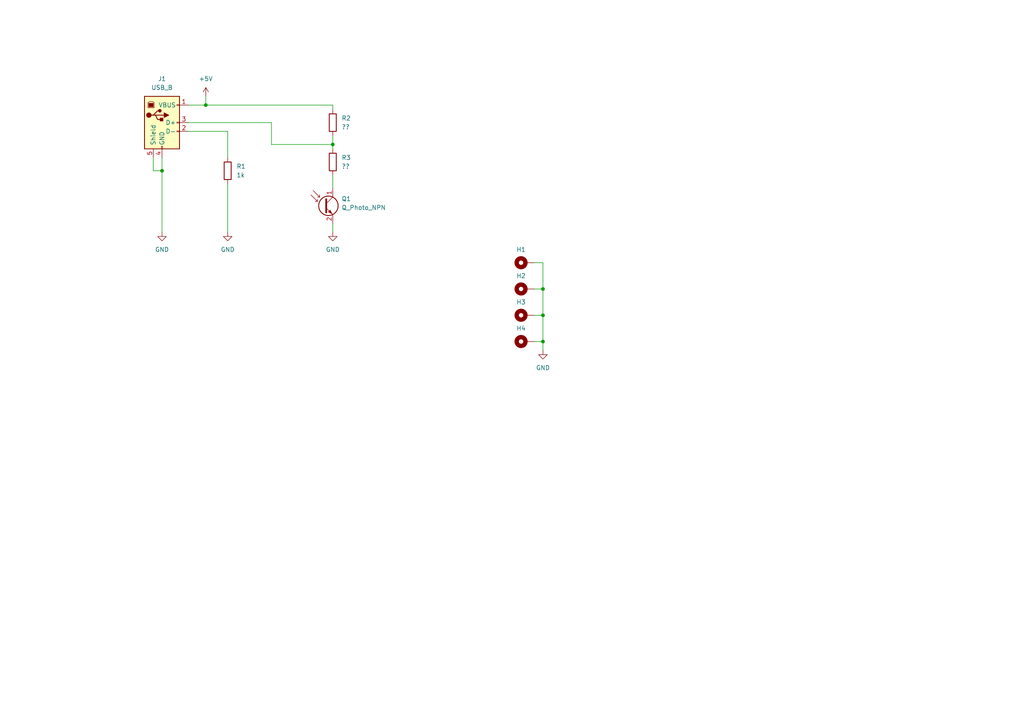
<source format=kicad_sch>
(kicad_sch (version 20230121) (generator eeschema)
  (paper "A4")
  (lib_symbols
    (symbol "Connector:USB_B" (pin_names (offset 1.016))
      (property "Reference" "J" (at -5.08 11.43 0))
      (property "Value" "USB_B" (at -5.08 8.89 0))
      (symbol "USB_B_0_1"
        (rectangle (start -5.08 -7.62) (end 5.08 7.62) (stroke (width 0.254)) (fill (type background)))
        (circle (center -3.81 2.159) (radius 0.635) (stroke (width 0.254)) (fill (type outline)))
        (rectangle (start -3.81 5.588) (end -2.54 4.572) (fill (type outline)))
        (circle (center -0.635 3.429) (radius 0.381) (stroke (width 0.254)) (fill (type outline)))
        (rectangle (start -0.127 -7.62) (end 0.127 -6.858))
        (polyline (pts (xy -1.905 2.159) (xy 0.635 2.159)) (stroke (width 0.254)))
        (polyline (pts (xy -3.175 2.159) (xy -2.54 2.159) (xy -1.27 3.429) (xy -0.635 3.429)) (stroke (width 0.254)))
        (polyline (pts (xy -2.54 2.159) (xy -1.905 2.159) (xy -1.27 0.889) (xy 0 0.889)) (stroke (width 0.254)))
        (polyline (pts (xy 0.635 2.794) (xy 0.635 1.524) (xy 1.905 2.159) (xy 0.635 2.794)) (stroke (width 0.254)) (fill (type outline)))
        (polyline (pts (xy -4.064 4.318) (xy -2.286 4.318) (xy -2.286 5.715) (xy -2.667 6.096) (xy -3.683 6.096) (xy -4.064 5.715) (xy -4.064 4.318)))
        (rectangle (start 0.254 1.27) (end -0.508 0.508) (stroke (width 0.254)) (fill (type outline)))
        (rectangle (start 5.08 -2.667) (end 4.318 -2.413))
        (rectangle (start 5.08 -0.127) (end 4.318 0.127))
        (rectangle (start 5.08 4.953) (end 4.318 5.207))
      )
      (symbol "USB_B_1_1"
        (pin power_out line (at 7.62 5.08 180) (length 2.54) (name "VBUS") (number "1"))
        (pin bidirectional line (at 7.62 -2.54 180) (length 2.54) (name "D-") (number "2"))
        (pin bidirectional line (at 7.62 0 180) (length 2.54) (name "D+") (number "3"))
        (pin power_out line (at 0 -10.16 90) (length 2.54) (name "GND") (number "4"))
        (pin passive line (at -2.54 -10.16 90) (length 2.54) (name "Shield") (number "5"))
      )
    )
    (symbol "Device:Q_Photo_NPN" (pin_names (offset 0) hide)
      (property "Reference" "Q" (at 5.08 1.27 0))
      (property "Value" "Q_Photo_NPN" (at 5.08 -1.27 0))
      (symbol "Q_Photo_NPN_0_1"
        (polyline (pts (xy -1.905 1.27) (xy -2.54 1.27)))
        (polyline (pts (xy -1.27 2.54) (xy -1.905 2.54)))
        (polyline (pts (xy 0.635 0.635) (xy 2.54 2.54)))
        (polyline (pts (xy -3.81 3.175) (xy -1.905 1.27) (xy -1.905 1.905)))
        (polyline (pts (xy -3.175 4.445) (xy -1.27 2.54) (xy -1.27 3.175)))
        (polyline (pts (xy 0.635 -0.635) (xy 2.54 -2.54) (xy 2.54 -2.54)))
        (polyline (pts (xy 0.635 1.905) (xy 0.635 -1.905) (xy 0.635 -1.905)) (stroke (width 0.508)))
        (polyline (pts (xy 1.27 -1.778) (xy 1.778 -1.27) (xy 2.286 -2.286) (xy 1.27 -1.778) (xy 1.27 -1.778)) (fill (type outline)))
        (circle (center 1.27 0) (radius 2.8194) (stroke (width 0.254)))
      )
      (symbol "Q_Photo_NPN_1_1"
        (pin passive line (at 2.54 5.08 270) (length 2.54) (name "C") (number "1"))
        (pin passive line (at 2.54 -5.08 90) (length 2.54) (name "E") (number "2"))
      )
    )
    (symbol "Device:R" (pin_numbers hide) (pin_names (offset 0))
      (property "Reference" "R" (at 2.032 0 90))
      (property "Value" "R" (at 0 0 90))
      (symbol "R_0_1"
        (rectangle (start -1.016 -2.54) (end 1.016 2.54) (stroke (width 0.254)))
      )
      (symbol "R_1_1"
        (pin passive line (at 0 3.81 270) (length 1.27) (name "~") (number "1"))
        (pin passive line (at 0 -3.81 90) (length 1.27) (name "~") (number "2"))
      )
    )
    (symbol "Mechanical:MountingHole_Pad" (pin_numbers hide) (pin_names (offset 1.016) hide)
      (property "Reference" "H" (at 0 6.35 0))
      (property "Value" "MountingHole_Pad" (at 0 4.445 0))
      (symbol "MountingHole_Pad_0_1"
        (circle (center 0 1.27) (radius 1.27) (stroke (width 1.27)))
      )
      (symbol "MountingHole_Pad_1_1"
        (pin input line (at 0 -2.54 90) (length 2.54) (name "1") (number "1"))
      )
    )
    (symbol "power:+5V" (power) (pin_names (offset 0))
      (property "Value" "+5V" (at 0 3.556 0))
      (symbol "+5V_0_1"
        (polyline (pts (xy -0.762 1.27) (xy 0 2.54)))
        (polyline (pts (xy 0 0) (xy 0 2.54)))
        (polyline (pts (xy 0 2.54) (xy 0.762 1.27)))
      )
      (symbol "+5V_1_1"
        (pin power_in line (at 0 0 90) (length 0) hide (name "+5V") (number "1"))
      )
    )
    (symbol "power:GND" (power) (pin_names (offset 0))
      (property "Value" "GND" (at 0 -3.81 0))
      (symbol "GND_0_1"
        (polyline (pts (xy 0 0) (xy 0 -1.27) (xy 1.27 -1.27) (xy 0 -2.54) (xy -1.27 -1.27) (xy 0 -1.27)))
      )
      (symbol "GND_1_1"
        (pin power_in line (at 0 0 270) (length 0) hide (name "GND") (number "1"))
      )
    )
  )
  (junction (at 157.48 91.44))
  (junction (at 59.69 30.48))
  (junction (at 157.48 99.06))
  (junction (at 46.99 49.53))
  (junction (at 96.52 41.91))
  (junction (at 157.48 83.82))
  (wire (pts (xy 96.52 30.48) (xy 96.52 31.75)))
  (wire (pts (xy 157.48 76.2) (xy 157.48 83.82)))
  (wire (pts (xy 78.74 41.91) (xy 96.52 41.91)))
  (wire (pts (xy 46.99 49.53) (xy 46.99 67.31)))
  (wire (pts (xy 154.94 99.06) (xy 157.48 99.06)))
  (wire (pts (xy 157.48 83.82) (xy 157.48 91.44)))
  (wire (pts (xy 46.99 45.72) (xy 46.99 49.53)))
  (wire (pts (xy 78.74 35.56) (xy 78.74 41.91)))
  (wire (pts (xy 96.52 50.8) (xy 96.52 54.61)))
  (wire (pts (xy 66.04 53.34) (xy 66.04 67.31)))
  (wire (pts (xy 59.69 27.94) (xy 59.69 30.48)))
  (wire (pts (xy 154.94 91.44) (xy 157.48 91.44)))
  (wire (pts (xy 154.94 76.2) (xy 157.48 76.2)))
  (wire (pts (xy 154.94 83.82) (xy 157.48 83.82)))
  (wire (pts (xy 54.61 38.1) (xy 66.04 38.1)))
  (wire (pts (xy 59.69 30.48) (xy 96.52 30.48)))
  (wire (pts (xy 44.45 45.72) (xy 44.45 49.53)))
  (wire (pts (xy 54.61 35.56) (xy 78.74 35.56)))
  (wire (pts (xy 54.61 30.48) (xy 59.69 30.48)))
  (wire (pts (xy 96.52 64.77) (xy 96.52 67.31)))
  (wire (pts (xy 157.48 99.06) (xy 157.48 101.6)))
  (wire (pts (xy 66.04 38.1) (xy 66.04 45.72)))
  (wire (pts (xy 96.52 39.37) (xy 96.52 41.91)))
  (wire (pts (xy 96.52 41.91) (xy 96.52 43.18)))
  (wire (pts (xy 157.48 91.44) (xy 157.48 99.06)))
  (wire (pts (xy 44.45 49.53) (xy 46.99 49.53)))
  (symbol (lib_id "Connector:USB_B") (at 46.99 35.56 0) (unit 1)
    (property "Reference" "J1" (at 46.99 22.86 0))
    (property "Value" "USB_B" (at 46.99 25.4 0))
    (property "Footprint" "Connector_USB:USB_B_TE_5787834_Vertical" (effects hide))
    (property "Datasheet" " ~" (effects hide))
  )
  (symbol (lib_id "power:GND") (at 96.52 67.31 0) (unit 1)
    (property "Reference" "#PWR03" (effects hide))
    (property "Value" "GND" (at 96.52 72.39 0))
  )
  (symbol (lib_id "power:GND") (at 66.04 67.31 0) (unit 1)
    (property "Reference" "#PWR02" (effects hide))
    (property "Value" "GND" (at 66.04 72.39 0))
  )
  (symbol (lib_id "Device:R") (at 66.04 49.53 180) (unit 1)
    (property "Reference" "R1" (at 68.58 48.26 0) (effects (justify right)))
    (property "Value" "1k" (at 68.58 50.8 0) (effects (justify right)))
    (property "Footprint" "Resistor_THT:R_Axial_DIN0207_L6.3mm_D2.5mm_P7.62mm_Horizontal" (effects hide))
  )
  (symbol (lib_id "power:GND") (at 46.99 67.31 0) (unit 1)
    (property "Reference" "#PWR01" (effects hide))
    (property "Value" "GND" (at 46.99 72.39 0))
  )
  (symbol (lib_id "Device:R") (at 96.52 35.56 180) (unit 1)
    (property "Reference" "R2" (at 99.06 34.29 0) (effects (justify right)))
    (property "Value" "??" (at 99.06 36.83 0) (effects (justify right)))
    (property "Footprint" "Resistor_THT:R_Axial_DIN0207_L6.3mm_D2.5mm_P7.62mm_Horizontal" (effects hide))
  )
  (symbol (lib_id "Mechanical:MountingHole_Pad") (at 152.4 83.82 90) (unit 1)
    (property "Reference" "H2" (at 151.13 80.01 90))
    (property "Value" "MountingHole_Pad" (effects hide))
    (property "Footprint" "MountingHole:MountingHole_2.2mm_M2_Pad" (effects hide))
  )
  (symbol (lib_id "Device:Q_Photo_NPN") (at 93.98 59.69 0) (unit 1)
    (property "Reference" "Q1" (at 99.06 57.6707 0) (effects (justify left)))
    (property "Value" "Q_Photo_NPN" (at 99.06 60.2107 0) (effects (justify left)))
    (property "Footprint" "LED_THT:LED_D5.0mm" (effects hide))
  )
  (symbol (lib_id "Mechanical:MountingHole_Pad") (at 152.4 76.2 90) (unit 1)
    (property "Reference" "H1" (at 151.13 72.39 90))
    (property "Value" "MountingHole_Pad" (effects hide))
    (property "Footprint" "MountingHole:MountingHole_2.2mm_M2_Pad" (effects hide))
  )
  (symbol (lib_id "power:GND") (at 157.48 101.6 0) (unit 1)
    (property "Reference" "#PWR05" (effects hide))
    (property "Value" "GND" (at 157.48 106.68 0))
  )
  (symbol (lib_id "Mechanical:MountingHole_Pad") (at 152.4 99.06 90) (unit 1)
    (property "Reference" "H4" (at 151.13 95.25 90))
    (property "Value" "MountingHole_Pad" (effects hide))
    (property "Footprint" "MountingHole:MountingHole_2.2mm_M2_Pad" (effects hide))
  )
  (symbol (lib_id "Mechanical:MountingHole_Pad") (at 152.4 91.44 90) (unit 1)
    (property "Reference" "H3" (at 151.13 87.63 90))
    (property "Value" "MountingHole_Pad" (effects hide))
    (property "Footprint" "MountingHole:MountingHole_2.2mm_M2_Pad" (effects hide))
  )
  (symbol (lib_id "power:+5V") (at 59.69 27.94 0) (unit 1)
    (property "Reference" "#PWR04" (effects hide))
    (property "Value" "+5V" (at 59.69 22.86 0))
  )
  (symbol (lib_id "Device:R") (at 96.52 46.99 180) (unit 1)
    (property "Reference" "R3" (at 99.06 45.72 0) (effects (justify right)))
    (property "Value" "??" (at 99.06 48.26 0) (effects (justify right)))
    (property "Footprint" "Resistor_THT:R_Axial_DIN0207_L6.3mm_D2.5mm_P7.62mm_Horizontal" (effects hide))
  )
)
</source>
